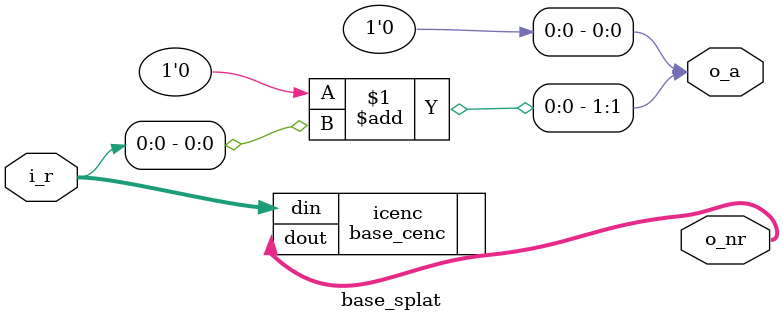
<source format=sv>
/*
 * Copyright 2017 IBM Corporation
 * Licensed to the Apache Software Foundation (ASF) under one
 * or more contributor license agreements.  See the NOTICE file
 * distributed with this work for additional information
 * regarding copyright ownership.  The ASF licenses this file
 * to you under the Apache License, Version 2.0 (the
 * "License"); you may not use this file except in compliance
 * with the License.  You may obtain a copy of the License at
 *
 *     http://www.apache.org/licenses/LICENSE-2.0
 *
 * Unless required by applicable law or agreed to in writing, software
 * distributed under the License is distributed on an "AS IS" BASIS,
 * WITHOUT WARRANTIES OR CONDITIONS OF ANY KIND, either express or implied.
 * See the License for the specific language governing permissions and
 * limitations under the License.
 *
 * Author: Andrew K Martin akmartin@us.ibm.com
 */
 
module base_splat#(parameter ways=2, parameter n_width=$clog2(ways+1), parameter w_width=$clog2(ways))
   (input [0:ways-1] i_r,
    output [0:ways*w_width-1] o_a,
    output [0:n_width-1] o_nr
    );				// 
  genvar 		 i;
   assign o_a[0:w_width-1] = {w_width{1'b0}};
   generate
      for(i=1; i<ways; i=i+1)
	begin :gen1
	   assign o_a[i*w_width:(i+1)*w_width-1] = o_a[(i-1)*w_width:i*w_width-1] + i_r[i-1];
	   
	end
   endgenerate
   localparam nways_width = $clog2(ways+1);

   wire [0:n_width-1] nrdy;
   base_cenc#(.enc_width(n_width),.dec_width(ways)) icenc(.din(i_r),.dout(o_nr));
endmodule // dfl_demux_splat
    


</source>
